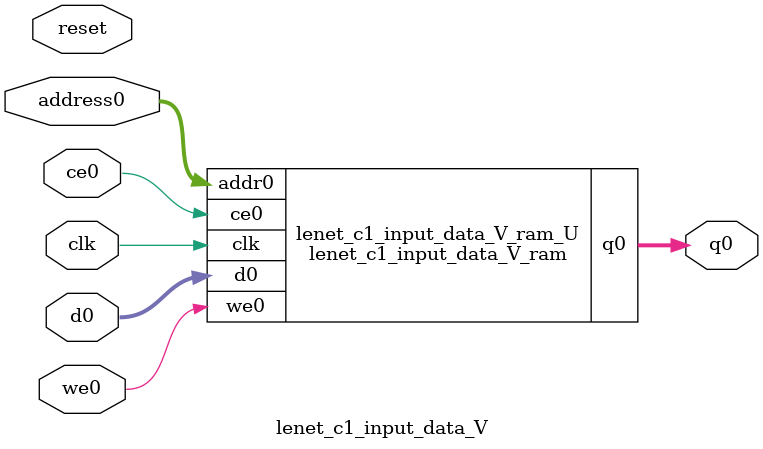
<source format=v>
`timescale 1 ns / 1 ps
module lenet_c1_input_data_V_ram (addr0, ce0, d0, we0, q0,  clk);

parameter DWIDTH = 16;
parameter AWIDTH = 10;
parameter MEM_SIZE = 1024;

input[AWIDTH-1:0] addr0;
input ce0;
input[DWIDTH-1:0] d0;
input we0;
output reg[DWIDTH-1:0] q0;
input clk;

(* ram_style = "block" *)reg [DWIDTH-1:0] ram[0:MEM_SIZE-1];




always @(posedge clk)  
begin 
    if (ce0) 
    begin
        if (we0) 
        begin 
            ram[addr0] <= d0; 
        end 
        q0 <= ram[addr0];
    end
end


endmodule

`timescale 1 ns / 1 ps
module lenet_c1_input_data_V(
    reset,
    clk,
    address0,
    ce0,
    we0,
    d0,
    q0);

parameter DataWidth = 32'd16;
parameter AddressRange = 32'd1024;
parameter AddressWidth = 32'd10;
input reset;
input clk;
input[AddressWidth - 1:0] address0;
input ce0;
input we0;
input[DataWidth - 1:0] d0;
output[DataWidth - 1:0] q0;



lenet_c1_input_data_V_ram lenet_c1_input_data_V_ram_U(
    .clk( clk ),
    .addr0( address0 ),
    .ce0( ce0 ),
    .we0( we0 ),
    .d0( d0 ),
    .q0( q0 ));

endmodule


</source>
